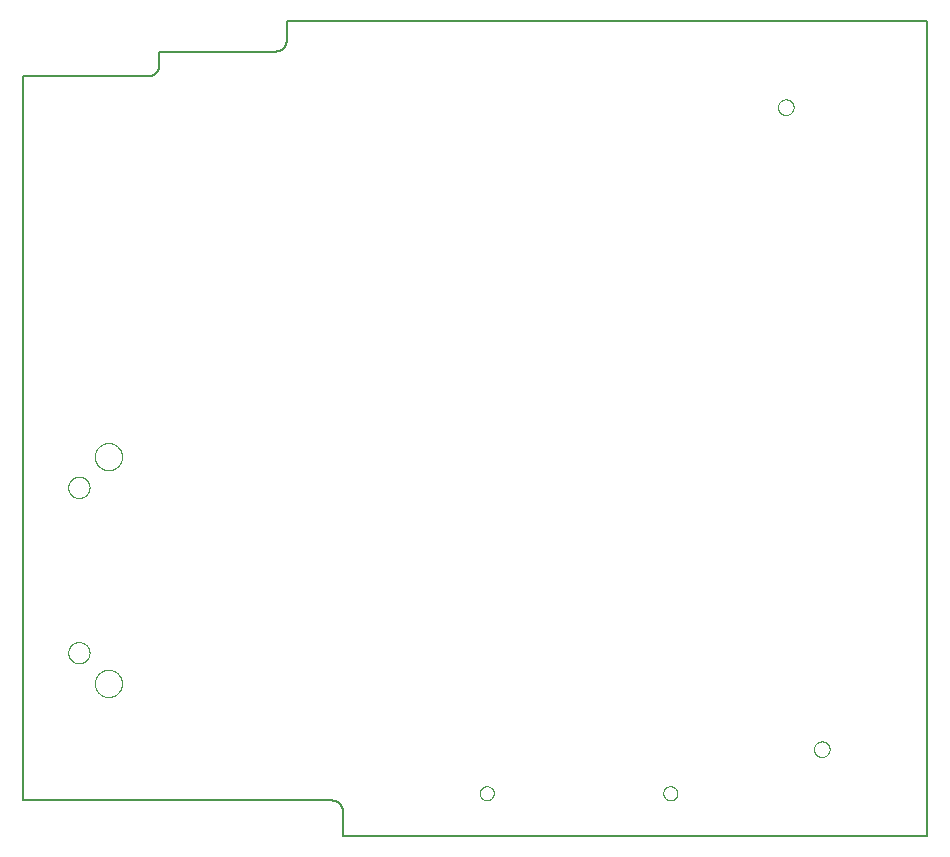
<source format=gko>
G75*
%MOIN*%
%OFA0B0*%
%FSLAX25Y25*%
%IPPOS*%
%LPD*%
%AMOC8*
5,1,8,0,0,1.08239X$1,22.5*
%
%ADD10C,0.00500*%
%ADD11C,0.00000*%
D10*
X0050213Y0056512D02*
X0152969Y0056512D01*
X0153093Y0056510D01*
X0153216Y0056504D01*
X0153340Y0056495D01*
X0153462Y0056481D01*
X0153585Y0056464D01*
X0153707Y0056442D01*
X0153828Y0056417D01*
X0153948Y0056388D01*
X0154067Y0056356D01*
X0154186Y0056319D01*
X0154303Y0056279D01*
X0154418Y0056236D01*
X0154533Y0056188D01*
X0154645Y0056137D01*
X0154756Y0056083D01*
X0154866Y0056025D01*
X0154973Y0055964D01*
X0155079Y0055899D01*
X0155182Y0055831D01*
X0155283Y0055760D01*
X0155382Y0055686D01*
X0155479Y0055609D01*
X0155573Y0055528D01*
X0155664Y0055445D01*
X0155753Y0055359D01*
X0155839Y0055270D01*
X0155922Y0055179D01*
X0156003Y0055085D01*
X0156080Y0054988D01*
X0156154Y0054889D01*
X0156225Y0054788D01*
X0156293Y0054685D01*
X0156358Y0054579D01*
X0156419Y0054472D01*
X0156477Y0054362D01*
X0156531Y0054251D01*
X0156582Y0054139D01*
X0156630Y0054024D01*
X0156673Y0053909D01*
X0156713Y0053792D01*
X0156750Y0053673D01*
X0156782Y0053554D01*
X0156811Y0053434D01*
X0156836Y0053313D01*
X0156858Y0053191D01*
X0156875Y0053068D01*
X0156889Y0052946D01*
X0156898Y0052822D01*
X0156904Y0052699D01*
X0156906Y0052575D01*
X0156906Y0044701D01*
X0351394Y0044701D01*
X0351394Y0316354D01*
X0138008Y0316354D01*
X0138008Y0310055D01*
X0138006Y0309931D01*
X0138000Y0309808D01*
X0137991Y0309684D01*
X0137977Y0309562D01*
X0137960Y0309439D01*
X0137938Y0309317D01*
X0137913Y0309196D01*
X0137884Y0309076D01*
X0137852Y0308957D01*
X0137815Y0308838D01*
X0137775Y0308721D01*
X0137732Y0308606D01*
X0137684Y0308491D01*
X0137633Y0308379D01*
X0137579Y0308268D01*
X0137521Y0308158D01*
X0137460Y0308051D01*
X0137395Y0307945D01*
X0137327Y0307842D01*
X0137256Y0307741D01*
X0137182Y0307642D01*
X0137105Y0307545D01*
X0137024Y0307451D01*
X0136941Y0307360D01*
X0136855Y0307271D01*
X0136766Y0307185D01*
X0136675Y0307102D01*
X0136581Y0307021D01*
X0136484Y0306944D01*
X0136385Y0306870D01*
X0136284Y0306799D01*
X0136181Y0306731D01*
X0136075Y0306666D01*
X0135968Y0306605D01*
X0135858Y0306547D01*
X0135747Y0306493D01*
X0135635Y0306442D01*
X0135520Y0306394D01*
X0135405Y0306351D01*
X0135288Y0306311D01*
X0135169Y0306274D01*
X0135050Y0306242D01*
X0134930Y0306213D01*
X0134809Y0306188D01*
X0134687Y0306166D01*
X0134564Y0306149D01*
X0134442Y0306135D01*
X0134318Y0306126D01*
X0134195Y0306120D01*
X0134071Y0306118D01*
X0095488Y0306118D01*
X0095488Y0301787D01*
X0095486Y0301663D01*
X0095480Y0301540D01*
X0095471Y0301416D01*
X0095457Y0301294D01*
X0095440Y0301171D01*
X0095418Y0301049D01*
X0095393Y0300928D01*
X0095364Y0300808D01*
X0095332Y0300689D01*
X0095295Y0300570D01*
X0095255Y0300453D01*
X0095212Y0300338D01*
X0095164Y0300223D01*
X0095113Y0300111D01*
X0095059Y0300000D01*
X0095001Y0299890D01*
X0094940Y0299783D01*
X0094875Y0299677D01*
X0094807Y0299574D01*
X0094736Y0299473D01*
X0094662Y0299374D01*
X0094585Y0299277D01*
X0094504Y0299183D01*
X0094421Y0299092D01*
X0094335Y0299003D01*
X0094246Y0298917D01*
X0094155Y0298834D01*
X0094061Y0298753D01*
X0093964Y0298676D01*
X0093865Y0298602D01*
X0093764Y0298531D01*
X0093661Y0298463D01*
X0093555Y0298398D01*
X0093448Y0298337D01*
X0093338Y0298279D01*
X0093227Y0298225D01*
X0093115Y0298174D01*
X0093000Y0298126D01*
X0092885Y0298083D01*
X0092768Y0298043D01*
X0092649Y0298006D01*
X0092530Y0297974D01*
X0092410Y0297945D01*
X0092289Y0297920D01*
X0092167Y0297898D01*
X0092044Y0297881D01*
X0091922Y0297867D01*
X0091798Y0297858D01*
X0091675Y0297852D01*
X0091551Y0297850D01*
X0050213Y0297850D01*
X0050213Y0056512D01*
D11*
X0074031Y0095488D02*
X0074033Y0095622D01*
X0074039Y0095756D01*
X0074049Y0095890D01*
X0074063Y0096024D01*
X0074081Y0096157D01*
X0074102Y0096289D01*
X0074128Y0096421D01*
X0074158Y0096552D01*
X0074191Y0096682D01*
X0074228Y0096810D01*
X0074270Y0096938D01*
X0074314Y0097065D01*
X0074363Y0097190D01*
X0074415Y0097313D01*
X0074471Y0097435D01*
X0074531Y0097556D01*
X0074594Y0097674D01*
X0074660Y0097791D01*
X0074730Y0097905D01*
X0074803Y0098018D01*
X0074880Y0098128D01*
X0074960Y0098236D01*
X0075043Y0098341D01*
X0075129Y0098444D01*
X0075218Y0098544D01*
X0075310Y0098642D01*
X0075405Y0098737D01*
X0075503Y0098829D01*
X0075603Y0098918D01*
X0075706Y0099004D01*
X0075811Y0099087D01*
X0075919Y0099167D01*
X0076029Y0099244D01*
X0076142Y0099317D01*
X0076256Y0099387D01*
X0076373Y0099453D01*
X0076491Y0099516D01*
X0076612Y0099576D01*
X0076734Y0099632D01*
X0076857Y0099684D01*
X0076982Y0099733D01*
X0077109Y0099777D01*
X0077237Y0099819D01*
X0077365Y0099856D01*
X0077495Y0099889D01*
X0077626Y0099919D01*
X0077758Y0099945D01*
X0077890Y0099966D01*
X0078023Y0099984D01*
X0078157Y0099998D01*
X0078291Y0100008D01*
X0078425Y0100014D01*
X0078559Y0100016D01*
X0078693Y0100014D01*
X0078827Y0100008D01*
X0078961Y0099998D01*
X0079095Y0099984D01*
X0079228Y0099966D01*
X0079360Y0099945D01*
X0079492Y0099919D01*
X0079623Y0099889D01*
X0079753Y0099856D01*
X0079881Y0099819D01*
X0080009Y0099777D01*
X0080136Y0099733D01*
X0080261Y0099684D01*
X0080384Y0099632D01*
X0080506Y0099576D01*
X0080627Y0099516D01*
X0080745Y0099453D01*
X0080862Y0099387D01*
X0080976Y0099317D01*
X0081089Y0099244D01*
X0081199Y0099167D01*
X0081307Y0099087D01*
X0081412Y0099004D01*
X0081515Y0098918D01*
X0081615Y0098829D01*
X0081713Y0098737D01*
X0081808Y0098642D01*
X0081900Y0098544D01*
X0081989Y0098444D01*
X0082075Y0098341D01*
X0082158Y0098236D01*
X0082238Y0098128D01*
X0082315Y0098018D01*
X0082388Y0097905D01*
X0082458Y0097791D01*
X0082524Y0097674D01*
X0082587Y0097556D01*
X0082647Y0097435D01*
X0082703Y0097313D01*
X0082755Y0097190D01*
X0082804Y0097065D01*
X0082848Y0096938D01*
X0082890Y0096810D01*
X0082927Y0096682D01*
X0082960Y0096552D01*
X0082990Y0096421D01*
X0083016Y0096289D01*
X0083037Y0096157D01*
X0083055Y0096024D01*
X0083069Y0095890D01*
X0083079Y0095756D01*
X0083085Y0095622D01*
X0083087Y0095488D01*
X0083085Y0095354D01*
X0083079Y0095220D01*
X0083069Y0095086D01*
X0083055Y0094952D01*
X0083037Y0094819D01*
X0083016Y0094687D01*
X0082990Y0094555D01*
X0082960Y0094424D01*
X0082927Y0094294D01*
X0082890Y0094166D01*
X0082848Y0094038D01*
X0082804Y0093911D01*
X0082755Y0093786D01*
X0082703Y0093663D01*
X0082647Y0093541D01*
X0082587Y0093420D01*
X0082524Y0093302D01*
X0082458Y0093185D01*
X0082388Y0093071D01*
X0082315Y0092958D01*
X0082238Y0092848D01*
X0082158Y0092740D01*
X0082075Y0092635D01*
X0081989Y0092532D01*
X0081900Y0092432D01*
X0081808Y0092334D01*
X0081713Y0092239D01*
X0081615Y0092147D01*
X0081515Y0092058D01*
X0081412Y0091972D01*
X0081307Y0091889D01*
X0081199Y0091809D01*
X0081089Y0091732D01*
X0080976Y0091659D01*
X0080862Y0091589D01*
X0080745Y0091523D01*
X0080627Y0091460D01*
X0080506Y0091400D01*
X0080384Y0091344D01*
X0080261Y0091292D01*
X0080136Y0091243D01*
X0080009Y0091199D01*
X0079881Y0091157D01*
X0079753Y0091120D01*
X0079623Y0091087D01*
X0079492Y0091057D01*
X0079360Y0091031D01*
X0079228Y0091010D01*
X0079095Y0090992D01*
X0078961Y0090978D01*
X0078827Y0090968D01*
X0078693Y0090962D01*
X0078559Y0090960D01*
X0078425Y0090962D01*
X0078291Y0090968D01*
X0078157Y0090978D01*
X0078023Y0090992D01*
X0077890Y0091010D01*
X0077758Y0091031D01*
X0077626Y0091057D01*
X0077495Y0091087D01*
X0077365Y0091120D01*
X0077237Y0091157D01*
X0077109Y0091199D01*
X0076982Y0091243D01*
X0076857Y0091292D01*
X0076734Y0091344D01*
X0076612Y0091400D01*
X0076491Y0091460D01*
X0076373Y0091523D01*
X0076256Y0091589D01*
X0076142Y0091659D01*
X0076029Y0091732D01*
X0075919Y0091809D01*
X0075811Y0091889D01*
X0075706Y0091972D01*
X0075603Y0092058D01*
X0075503Y0092147D01*
X0075405Y0092239D01*
X0075310Y0092334D01*
X0075218Y0092432D01*
X0075129Y0092532D01*
X0075043Y0092635D01*
X0074960Y0092740D01*
X0074880Y0092848D01*
X0074803Y0092958D01*
X0074730Y0093071D01*
X0074660Y0093185D01*
X0074594Y0093302D01*
X0074531Y0093420D01*
X0074471Y0093541D01*
X0074415Y0093663D01*
X0074363Y0093786D01*
X0074314Y0093911D01*
X0074270Y0094038D01*
X0074228Y0094166D01*
X0074191Y0094294D01*
X0074158Y0094424D01*
X0074128Y0094555D01*
X0074102Y0094687D01*
X0074081Y0094819D01*
X0074063Y0094952D01*
X0074049Y0095086D01*
X0074039Y0095220D01*
X0074033Y0095354D01*
X0074031Y0095488D01*
X0065174Y0105724D02*
X0065176Y0105842D01*
X0065182Y0105961D01*
X0065192Y0106079D01*
X0065206Y0106196D01*
X0065223Y0106313D01*
X0065245Y0106430D01*
X0065271Y0106545D01*
X0065300Y0106660D01*
X0065333Y0106774D01*
X0065370Y0106886D01*
X0065411Y0106997D01*
X0065455Y0107107D01*
X0065503Y0107215D01*
X0065555Y0107322D01*
X0065610Y0107427D01*
X0065669Y0107530D01*
X0065731Y0107630D01*
X0065796Y0107729D01*
X0065865Y0107826D01*
X0065936Y0107920D01*
X0066011Y0108011D01*
X0066089Y0108101D01*
X0066170Y0108187D01*
X0066254Y0108271D01*
X0066340Y0108352D01*
X0066430Y0108430D01*
X0066521Y0108505D01*
X0066615Y0108576D01*
X0066712Y0108645D01*
X0066811Y0108710D01*
X0066911Y0108772D01*
X0067014Y0108831D01*
X0067119Y0108886D01*
X0067226Y0108938D01*
X0067334Y0108986D01*
X0067444Y0109030D01*
X0067555Y0109071D01*
X0067667Y0109108D01*
X0067781Y0109141D01*
X0067896Y0109170D01*
X0068011Y0109196D01*
X0068128Y0109218D01*
X0068245Y0109235D01*
X0068362Y0109249D01*
X0068480Y0109259D01*
X0068599Y0109265D01*
X0068717Y0109267D01*
X0068835Y0109265D01*
X0068954Y0109259D01*
X0069072Y0109249D01*
X0069189Y0109235D01*
X0069306Y0109218D01*
X0069423Y0109196D01*
X0069538Y0109170D01*
X0069653Y0109141D01*
X0069767Y0109108D01*
X0069879Y0109071D01*
X0069990Y0109030D01*
X0070100Y0108986D01*
X0070208Y0108938D01*
X0070315Y0108886D01*
X0070420Y0108831D01*
X0070523Y0108772D01*
X0070623Y0108710D01*
X0070722Y0108645D01*
X0070819Y0108576D01*
X0070913Y0108505D01*
X0071004Y0108430D01*
X0071094Y0108352D01*
X0071180Y0108271D01*
X0071264Y0108187D01*
X0071345Y0108101D01*
X0071423Y0108011D01*
X0071498Y0107920D01*
X0071569Y0107826D01*
X0071638Y0107729D01*
X0071703Y0107630D01*
X0071765Y0107530D01*
X0071824Y0107427D01*
X0071879Y0107322D01*
X0071931Y0107215D01*
X0071979Y0107107D01*
X0072023Y0106997D01*
X0072064Y0106886D01*
X0072101Y0106774D01*
X0072134Y0106660D01*
X0072163Y0106545D01*
X0072189Y0106430D01*
X0072211Y0106313D01*
X0072228Y0106196D01*
X0072242Y0106079D01*
X0072252Y0105961D01*
X0072258Y0105842D01*
X0072260Y0105724D01*
X0072258Y0105606D01*
X0072252Y0105487D01*
X0072242Y0105369D01*
X0072228Y0105252D01*
X0072211Y0105135D01*
X0072189Y0105018D01*
X0072163Y0104903D01*
X0072134Y0104788D01*
X0072101Y0104674D01*
X0072064Y0104562D01*
X0072023Y0104451D01*
X0071979Y0104341D01*
X0071931Y0104233D01*
X0071879Y0104126D01*
X0071824Y0104021D01*
X0071765Y0103918D01*
X0071703Y0103818D01*
X0071638Y0103719D01*
X0071569Y0103622D01*
X0071498Y0103528D01*
X0071423Y0103437D01*
X0071345Y0103347D01*
X0071264Y0103261D01*
X0071180Y0103177D01*
X0071094Y0103096D01*
X0071004Y0103018D01*
X0070913Y0102943D01*
X0070819Y0102872D01*
X0070722Y0102803D01*
X0070623Y0102738D01*
X0070523Y0102676D01*
X0070420Y0102617D01*
X0070315Y0102562D01*
X0070208Y0102510D01*
X0070100Y0102462D01*
X0069990Y0102418D01*
X0069879Y0102377D01*
X0069767Y0102340D01*
X0069653Y0102307D01*
X0069538Y0102278D01*
X0069423Y0102252D01*
X0069306Y0102230D01*
X0069189Y0102213D01*
X0069072Y0102199D01*
X0068954Y0102189D01*
X0068835Y0102183D01*
X0068717Y0102181D01*
X0068599Y0102183D01*
X0068480Y0102189D01*
X0068362Y0102199D01*
X0068245Y0102213D01*
X0068128Y0102230D01*
X0068011Y0102252D01*
X0067896Y0102278D01*
X0067781Y0102307D01*
X0067667Y0102340D01*
X0067555Y0102377D01*
X0067444Y0102418D01*
X0067334Y0102462D01*
X0067226Y0102510D01*
X0067119Y0102562D01*
X0067014Y0102617D01*
X0066911Y0102676D01*
X0066811Y0102738D01*
X0066712Y0102803D01*
X0066615Y0102872D01*
X0066521Y0102943D01*
X0066430Y0103018D01*
X0066340Y0103096D01*
X0066254Y0103177D01*
X0066170Y0103261D01*
X0066089Y0103347D01*
X0066011Y0103437D01*
X0065936Y0103528D01*
X0065865Y0103622D01*
X0065796Y0103719D01*
X0065731Y0103818D01*
X0065669Y0103918D01*
X0065610Y0104021D01*
X0065555Y0104126D01*
X0065503Y0104233D01*
X0065455Y0104341D01*
X0065411Y0104451D01*
X0065370Y0104562D01*
X0065333Y0104674D01*
X0065300Y0104788D01*
X0065271Y0104903D01*
X0065245Y0105018D01*
X0065223Y0105135D01*
X0065206Y0105252D01*
X0065192Y0105369D01*
X0065182Y0105487D01*
X0065176Y0105606D01*
X0065174Y0105724D01*
X0065174Y0160843D02*
X0065176Y0160961D01*
X0065182Y0161080D01*
X0065192Y0161198D01*
X0065206Y0161315D01*
X0065223Y0161432D01*
X0065245Y0161549D01*
X0065271Y0161664D01*
X0065300Y0161779D01*
X0065333Y0161893D01*
X0065370Y0162005D01*
X0065411Y0162116D01*
X0065455Y0162226D01*
X0065503Y0162334D01*
X0065555Y0162441D01*
X0065610Y0162546D01*
X0065669Y0162649D01*
X0065731Y0162749D01*
X0065796Y0162848D01*
X0065865Y0162945D01*
X0065936Y0163039D01*
X0066011Y0163130D01*
X0066089Y0163220D01*
X0066170Y0163306D01*
X0066254Y0163390D01*
X0066340Y0163471D01*
X0066430Y0163549D01*
X0066521Y0163624D01*
X0066615Y0163695D01*
X0066712Y0163764D01*
X0066811Y0163829D01*
X0066911Y0163891D01*
X0067014Y0163950D01*
X0067119Y0164005D01*
X0067226Y0164057D01*
X0067334Y0164105D01*
X0067444Y0164149D01*
X0067555Y0164190D01*
X0067667Y0164227D01*
X0067781Y0164260D01*
X0067896Y0164289D01*
X0068011Y0164315D01*
X0068128Y0164337D01*
X0068245Y0164354D01*
X0068362Y0164368D01*
X0068480Y0164378D01*
X0068599Y0164384D01*
X0068717Y0164386D01*
X0068835Y0164384D01*
X0068954Y0164378D01*
X0069072Y0164368D01*
X0069189Y0164354D01*
X0069306Y0164337D01*
X0069423Y0164315D01*
X0069538Y0164289D01*
X0069653Y0164260D01*
X0069767Y0164227D01*
X0069879Y0164190D01*
X0069990Y0164149D01*
X0070100Y0164105D01*
X0070208Y0164057D01*
X0070315Y0164005D01*
X0070420Y0163950D01*
X0070523Y0163891D01*
X0070623Y0163829D01*
X0070722Y0163764D01*
X0070819Y0163695D01*
X0070913Y0163624D01*
X0071004Y0163549D01*
X0071094Y0163471D01*
X0071180Y0163390D01*
X0071264Y0163306D01*
X0071345Y0163220D01*
X0071423Y0163130D01*
X0071498Y0163039D01*
X0071569Y0162945D01*
X0071638Y0162848D01*
X0071703Y0162749D01*
X0071765Y0162649D01*
X0071824Y0162546D01*
X0071879Y0162441D01*
X0071931Y0162334D01*
X0071979Y0162226D01*
X0072023Y0162116D01*
X0072064Y0162005D01*
X0072101Y0161893D01*
X0072134Y0161779D01*
X0072163Y0161664D01*
X0072189Y0161549D01*
X0072211Y0161432D01*
X0072228Y0161315D01*
X0072242Y0161198D01*
X0072252Y0161080D01*
X0072258Y0160961D01*
X0072260Y0160843D01*
X0072258Y0160725D01*
X0072252Y0160606D01*
X0072242Y0160488D01*
X0072228Y0160371D01*
X0072211Y0160254D01*
X0072189Y0160137D01*
X0072163Y0160022D01*
X0072134Y0159907D01*
X0072101Y0159793D01*
X0072064Y0159681D01*
X0072023Y0159570D01*
X0071979Y0159460D01*
X0071931Y0159352D01*
X0071879Y0159245D01*
X0071824Y0159140D01*
X0071765Y0159037D01*
X0071703Y0158937D01*
X0071638Y0158838D01*
X0071569Y0158741D01*
X0071498Y0158647D01*
X0071423Y0158556D01*
X0071345Y0158466D01*
X0071264Y0158380D01*
X0071180Y0158296D01*
X0071094Y0158215D01*
X0071004Y0158137D01*
X0070913Y0158062D01*
X0070819Y0157991D01*
X0070722Y0157922D01*
X0070623Y0157857D01*
X0070523Y0157795D01*
X0070420Y0157736D01*
X0070315Y0157681D01*
X0070208Y0157629D01*
X0070100Y0157581D01*
X0069990Y0157537D01*
X0069879Y0157496D01*
X0069767Y0157459D01*
X0069653Y0157426D01*
X0069538Y0157397D01*
X0069423Y0157371D01*
X0069306Y0157349D01*
X0069189Y0157332D01*
X0069072Y0157318D01*
X0068954Y0157308D01*
X0068835Y0157302D01*
X0068717Y0157300D01*
X0068599Y0157302D01*
X0068480Y0157308D01*
X0068362Y0157318D01*
X0068245Y0157332D01*
X0068128Y0157349D01*
X0068011Y0157371D01*
X0067896Y0157397D01*
X0067781Y0157426D01*
X0067667Y0157459D01*
X0067555Y0157496D01*
X0067444Y0157537D01*
X0067334Y0157581D01*
X0067226Y0157629D01*
X0067119Y0157681D01*
X0067014Y0157736D01*
X0066911Y0157795D01*
X0066811Y0157857D01*
X0066712Y0157922D01*
X0066615Y0157991D01*
X0066521Y0158062D01*
X0066430Y0158137D01*
X0066340Y0158215D01*
X0066254Y0158296D01*
X0066170Y0158380D01*
X0066089Y0158466D01*
X0066011Y0158556D01*
X0065936Y0158647D01*
X0065865Y0158741D01*
X0065796Y0158838D01*
X0065731Y0158937D01*
X0065669Y0159037D01*
X0065610Y0159140D01*
X0065555Y0159245D01*
X0065503Y0159352D01*
X0065455Y0159460D01*
X0065411Y0159570D01*
X0065370Y0159681D01*
X0065333Y0159793D01*
X0065300Y0159907D01*
X0065271Y0160022D01*
X0065245Y0160137D01*
X0065223Y0160254D01*
X0065206Y0160371D01*
X0065192Y0160488D01*
X0065182Y0160606D01*
X0065176Y0160725D01*
X0065174Y0160843D01*
X0074031Y0171079D02*
X0074033Y0171213D01*
X0074039Y0171347D01*
X0074049Y0171481D01*
X0074063Y0171615D01*
X0074081Y0171748D01*
X0074102Y0171880D01*
X0074128Y0172012D01*
X0074158Y0172143D01*
X0074191Y0172273D01*
X0074228Y0172401D01*
X0074270Y0172529D01*
X0074314Y0172656D01*
X0074363Y0172781D01*
X0074415Y0172904D01*
X0074471Y0173026D01*
X0074531Y0173147D01*
X0074594Y0173265D01*
X0074660Y0173382D01*
X0074730Y0173496D01*
X0074803Y0173609D01*
X0074880Y0173719D01*
X0074960Y0173827D01*
X0075043Y0173932D01*
X0075129Y0174035D01*
X0075218Y0174135D01*
X0075310Y0174233D01*
X0075405Y0174328D01*
X0075503Y0174420D01*
X0075603Y0174509D01*
X0075706Y0174595D01*
X0075811Y0174678D01*
X0075919Y0174758D01*
X0076029Y0174835D01*
X0076142Y0174908D01*
X0076256Y0174978D01*
X0076373Y0175044D01*
X0076491Y0175107D01*
X0076612Y0175167D01*
X0076734Y0175223D01*
X0076857Y0175275D01*
X0076982Y0175324D01*
X0077109Y0175368D01*
X0077237Y0175410D01*
X0077365Y0175447D01*
X0077495Y0175480D01*
X0077626Y0175510D01*
X0077758Y0175536D01*
X0077890Y0175557D01*
X0078023Y0175575D01*
X0078157Y0175589D01*
X0078291Y0175599D01*
X0078425Y0175605D01*
X0078559Y0175607D01*
X0078693Y0175605D01*
X0078827Y0175599D01*
X0078961Y0175589D01*
X0079095Y0175575D01*
X0079228Y0175557D01*
X0079360Y0175536D01*
X0079492Y0175510D01*
X0079623Y0175480D01*
X0079753Y0175447D01*
X0079881Y0175410D01*
X0080009Y0175368D01*
X0080136Y0175324D01*
X0080261Y0175275D01*
X0080384Y0175223D01*
X0080506Y0175167D01*
X0080627Y0175107D01*
X0080745Y0175044D01*
X0080862Y0174978D01*
X0080976Y0174908D01*
X0081089Y0174835D01*
X0081199Y0174758D01*
X0081307Y0174678D01*
X0081412Y0174595D01*
X0081515Y0174509D01*
X0081615Y0174420D01*
X0081713Y0174328D01*
X0081808Y0174233D01*
X0081900Y0174135D01*
X0081989Y0174035D01*
X0082075Y0173932D01*
X0082158Y0173827D01*
X0082238Y0173719D01*
X0082315Y0173609D01*
X0082388Y0173496D01*
X0082458Y0173382D01*
X0082524Y0173265D01*
X0082587Y0173147D01*
X0082647Y0173026D01*
X0082703Y0172904D01*
X0082755Y0172781D01*
X0082804Y0172656D01*
X0082848Y0172529D01*
X0082890Y0172401D01*
X0082927Y0172273D01*
X0082960Y0172143D01*
X0082990Y0172012D01*
X0083016Y0171880D01*
X0083037Y0171748D01*
X0083055Y0171615D01*
X0083069Y0171481D01*
X0083079Y0171347D01*
X0083085Y0171213D01*
X0083087Y0171079D01*
X0083085Y0170945D01*
X0083079Y0170811D01*
X0083069Y0170677D01*
X0083055Y0170543D01*
X0083037Y0170410D01*
X0083016Y0170278D01*
X0082990Y0170146D01*
X0082960Y0170015D01*
X0082927Y0169885D01*
X0082890Y0169757D01*
X0082848Y0169629D01*
X0082804Y0169502D01*
X0082755Y0169377D01*
X0082703Y0169254D01*
X0082647Y0169132D01*
X0082587Y0169011D01*
X0082524Y0168893D01*
X0082458Y0168776D01*
X0082388Y0168662D01*
X0082315Y0168549D01*
X0082238Y0168439D01*
X0082158Y0168331D01*
X0082075Y0168226D01*
X0081989Y0168123D01*
X0081900Y0168023D01*
X0081808Y0167925D01*
X0081713Y0167830D01*
X0081615Y0167738D01*
X0081515Y0167649D01*
X0081412Y0167563D01*
X0081307Y0167480D01*
X0081199Y0167400D01*
X0081089Y0167323D01*
X0080976Y0167250D01*
X0080862Y0167180D01*
X0080745Y0167114D01*
X0080627Y0167051D01*
X0080506Y0166991D01*
X0080384Y0166935D01*
X0080261Y0166883D01*
X0080136Y0166834D01*
X0080009Y0166790D01*
X0079881Y0166748D01*
X0079753Y0166711D01*
X0079623Y0166678D01*
X0079492Y0166648D01*
X0079360Y0166622D01*
X0079228Y0166601D01*
X0079095Y0166583D01*
X0078961Y0166569D01*
X0078827Y0166559D01*
X0078693Y0166553D01*
X0078559Y0166551D01*
X0078425Y0166553D01*
X0078291Y0166559D01*
X0078157Y0166569D01*
X0078023Y0166583D01*
X0077890Y0166601D01*
X0077758Y0166622D01*
X0077626Y0166648D01*
X0077495Y0166678D01*
X0077365Y0166711D01*
X0077237Y0166748D01*
X0077109Y0166790D01*
X0076982Y0166834D01*
X0076857Y0166883D01*
X0076734Y0166935D01*
X0076612Y0166991D01*
X0076491Y0167051D01*
X0076373Y0167114D01*
X0076256Y0167180D01*
X0076142Y0167250D01*
X0076029Y0167323D01*
X0075919Y0167400D01*
X0075811Y0167480D01*
X0075706Y0167563D01*
X0075603Y0167649D01*
X0075503Y0167738D01*
X0075405Y0167830D01*
X0075310Y0167925D01*
X0075218Y0168023D01*
X0075129Y0168123D01*
X0075043Y0168226D01*
X0074960Y0168331D01*
X0074880Y0168439D01*
X0074803Y0168549D01*
X0074730Y0168662D01*
X0074660Y0168776D01*
X0074594Y0168893D01*
X0074531Y0169011D01*
X0074471Y0169132D01*
X0074415Y0169254D01*
X0074363Y0169377D01*
X0074314Y0169502D01*
X0074270Y0169629D01*
X0074228Y0169757D01*
X0074191Y0169885D01*
X0074158Y0170015D01*
X0074128Y0170146D01*
X0074102Y0170278D01*
X0074081Y0170410D01*
X0074063Y0170543D01*
X0074049Y0170677D01*
X0074039Y0170811D01*
X0074033Y0170945D01*
X0074031Y0171079D01*
X0202318Y0058874D02*
X0202320Y0058970D01*
X0202326Y0059066D01*
X0202336Y0059162D01*
X0202350Y0059257D01*
X0202367Y0059352D01*
X0202389Y0059445D01*
X0202414Y0059538D01*
X0202443Y0059630D01*
X0202476Y0059720D01*
X0202513Y0059809D01*
X0202553Y0059897D01*
X0202597Y0059982D01*
X0202644Y0060066D01*
X0202695Y0060148D01*
X0202749Y0060228D01*
X0202806Y0060305D01*
X0202866Y0060380D01*
X0202930Y0060452D01*
X0202996Y0060522D01*
X0203065Y0060589D01*
X0203137Y0060653D01*
X0203211Y0060714D01*
X0203288Y0060772D01*
X0203367Y0060827D01*
X0203448Y0060879D01*
X0203531Y0060927D01*
X0203617Y0060971D01*
X0203704Y0061012D01*
X0203792Y0061050D01*
X0203882Y0061084D01*
X0203974Y0061114D01*
X0204066Y0061140D01*
X0204160Y0061163D01*
X0204254Y0061181D01*
X0204349Y0061196D01*
X0204445Y0061207D01*
X0204541Y0061214D01*
X0204637Y0061217D01*
X0204733Y0061216D01*
X0204829Y0061211D01*
X0204925Y0061202D01*
X0205020Y0061189D01*
X0205115Y0061173D01*
X0205209Y0061152D01*
X0205302Y0061128D01*
X0205394Y0061099D01*
X0205485Y0061067D01*
X0205574Y0061032D01*
X0205662Y0060992D01*
X0205748Y0060949D01*
X0205832Y0060903D01*
X0205915Y0060853D01*
X0205995Y0060800D01*
X0206073Y0060744D01*
X0206149Y0060684D01*
X0206222Y0060622D01*
X0206292Y0060556D01*
X0206360Y0060488D01*
X0206425Y0060417D01*
X0206486Y0060343D01*
X0206545Y0060267D01*
X0206601Y0060188D01*
X0206653Y0060107D01*
X0206702Y0060025D01*
X0206748Y0059940D01*
X0206790Y0059853D01*
X0206828Y0059765D01*
X0206863Y0059675D01*
X0206894Y0059584D01*
X0206921Y0059492D01*
X0206944Y0059399D01*
X0206964Y0059305D01*
X0206980Y0059210D01*
X0206992Y0059114D01*
X0207000Y0059018D01*
X0207004Y0058922D01*
X0207004Y0058826D01*
X0207000Y0058730D01*
X0206992Y0058634D01*
X0206980Y0058538D01*
X0206964Y0058443D01*
X0206944Y0058349D01*
X0206921Y0058256D01*
X0206894Y0058164D01*
X0206863Y0058073D01*
X0206828Y0057983D01*
X0206790Y0057895D01*
X0206748Y0057808D01*
X0206702Y0057723D01*
X0206653Y0057641D01*
X0206601Y0057560D01*
X0206545Y0057481D01*
X0206486Y0057405D01*
X0206425Y0057331D01*
X0206360Y0057260D01*
X0206292Y0057192D01*
X0206222Y0057126D01*
X0206149Y0057064D01*
X0206073Y0057004D01*
X0205995Y0056948D01*
X0205915Y0056895D01*
X0205833Y0056845D01*
X0205748Y0056799D01*
X0205662Y0056756D01*
X0205574Y0056716D01*
X0205485Y0056681D01*
X0205394Y0056649D01*
X0205302Y0056620D01*
X0205209Y0056596D01*
X0205115Y0056575D01*
X0205020Y0056559D01*
X0204925Y0056546D01*
X0204829Y0056537D01*
X0204733Y0056532D01*
X0204637Y0056531D01*
X0204541Y0056534D01*
X0204445Y0056541D01*
X0204349Y0056552D01*
X0204254Y0056567D01*
X0204160Y0056585D01*
X0204066Y0056608D01*
X0203974Y0056634D01*
X0203882Y0056664D01*
X0203792Y0056698D01*
X0203704Y0056736D01*
X0203617Y0056777D01*
X0203531Y0056821D01*
X0203448Y0056869D01*
X0203367Y0056921D01*
X0203288Y0056976D01*
X0203211Y0057034D01*
X0203137Y0057095D01*
X0203065Y0057159D01*
X0202996Y0057226D01*
X0202930Y0057296D01*
X0202866Y0057368D01*
X0202806Y0057443D01*
X0202749Y0057520D01*
X0202695Y0057600D01*
X0202644Y0057682D01*
X0202597Y0057766D01*
X0202553Y0057851D01*
X0202513Y0057939D01*
X0202476Y0058028D01*
X0202443Y0058118D01*
X0202414Y0058210D01*
X0202389Y0058303D01*
X0202367Y0058396D01*
X0202350Y0058491D01*
X0202336Y0058586D01*
X0202326Y0058682D01*
X0202320Y0058778D01*
X0202318Y0058874D01*
X0263500Y0058874D02*
X0263502Y0058970D01*
X0263508Y0059066D01*
X0263518Y0059162D01*
X0263532Y0059257D01*
X0263549Y0059352D01*
X0263571Y0059445D01*
X0263596Y0059538D01*
X0263625Y0059630D01*
X0263658Y0059720D01*
X0263695Y0059809D01*
X0263735Y0059897D01*
X0263779Y0059982D01*
X0263826Y0060066D01*
X0263877Y0060148D01*
X0263931Y0060228D01*
X0263988Y0060305D01*
X0264048Y0060380D01*
X0264112Y0060452D01*
X0264178Y0060522D01*
X0264247Y0060589D01*
X0264319Y0060653D01*
X0264393Y0060714D01*
X0264470Y0060772D01*
X0264549Y0060827D01*
X0264630Y0060879D01*
X0264713Y0060927D01*
X0264799Y0060971D01*
X0264886Y0061012D01*
X0264974Y0061050D01*
X0265064Y0061084D01*
X0265156Y0061114D01*
X0265248Y0061140D01*
X0265342Y0061163D01*
X0265436Y0061181D01*
X0265531Y0061196D01*
X0265627Y0061207D01*
X0265723Y0061214D01*
X0265819Y0061217D01*
X0265915Y0061216D01*
X0266011Y0061211D01*
X0266107Y0061202D01*
X0266202Y0061189D01*
X0266297Y0061173D01*
X0266391Y0061152D01*
X0266484Y0061128D01*
X0266576Y0061099D01*
X0266667Y0061067D01*
X0266756Y0061032D01*
X0266844Y0060992D01*
X0266930Y0060949D01*
X0267014Y0060903D01*
X0267097Y0060853D01*
X0267177Y0060800D01*
X0267255Y0060744D01*
X0267331Y0060684D01*
X0267404Y0060622D01*
X0267474Y0060556D01*
X0267542Y0060488D01*
X0267607Y0060417D01*
X0267668Y0060343D01*
X0267727Y0060267D01*
X0267783Y0060188D01*
X0267835Y0060107D01*
X0267884Y0060025D01*
X0267930Y0059940D01*
X0267972Y0059853D01*
X0268010Y0059765D01*
X0268045Y0059675D01*
X0268076Y0059584D01*
X0268103Y0059492D01*
X0268126Y0059399D01*
X0268146Y0059305D01*
X0268162Y0059210D01*
X0268174Y0059114D01*
X0268182Y0059018D01*
X0268186Y0058922D01*
X0268186Y0058826D01*
X0268182Y0058730D01*
X0268174Y0058634D01*
X0268162Y0058538D01*
X0268146Y0058443D01*
X0268126Y0058349D01*
X0268103Y0058256D01*
X0268076Y0058164D01*
X0268045Y0058073D01*
X0268010Y0057983D01*
X0267972Y0057895D01*
X0267930Y0057808D01*
X0267884Y0057723D01*
X0267835Y0057641D01*
X0267783Y0057560D01*
X0267727Y0057481D01*
X0267668Y0057405D01*
X0267607Y0057331D01*
X0267542Y0057260D01*
X0267474Y0057192D01*
X0267404Y0057126D01*
X0267331Y0057064D01*
X0267255Y0057004D01*
X0267177Y0056948D01*
X0267097Y0056895D01*
X0267015Y0056845D01*
X0266930Y0056799D01*
X0266844Y0056756D01*
X0266756Y0056716D01*
X0266667Y0056681D01*
X0266576Y0056649D01*
X0266484Y0056620D01*
X0266391Y0056596D01*
X0266297Y0056575D01*
X0266202Y0056559D01*
X0266107Y0056546D01*
X0266011Y0056537D01*
X0265915Y0056532D01*
X0265819Y0056531D01*
X0265723Y0056534D01*
X0265627Y0056541D01*
X0265531Y0056552D01*
X0265436Y0056567D01*
X0265342Y0056585D01*
X0265248Y0056608D01*
X0265156Y0056634D01*
X0265064Y0056664D01*
X0264974Y0056698D01*
X0264886Y0056736D01*
X0264799Y0056777D01*
X0264713Y0056821D01*
X0264630Y0056869D01*
X0264549Y0056921D01*
X0264470Y0056976D01*
X0264393Y0057034D01*
X0264319Y0057095D01*
X0264247Y0057159D01*
X0264178Y0057226D01*
X0264112Y0057296D01*
X0264048Y0057368D01*
X0263988Y0057443D01*
X0263931Y0057520D01*
X0263877Y0057600D01*
X0263826Y0057682D01*
X0263779Y0057766D01*
X0263735Y0057851D01*
X0263695Y0057939D01*
X0263658Y0058028D01*
X0263625Y0058118D01*
X0263596Y0058210D01*
X0263571Y0058303D01*
X0263549Y0058396D01*
X0263532Y0058491D01*
X0263518Y0058586D01*
X0263508Y0058682D01*
X0263502Y0058778D01*
X0263500Y0058874D01*
X0313754Y0073578D02*
X0313756Y0073679D01*
X0313762Y0073781D01*
X0313772Y0073882D01*
X0313786Y0073982D01*
X0313803Y0074082D01*
X0313825Y0074181D01*
X0313850Y0074279D01*
X0313880Y0074377D01*
X0313913Y0074473D01*
X0313949Y0074567D01*
X0313990Y0074660D01*
X0314034Y0074752D01*
X0314081Y0074841D01*
X0314133Y0074929D01*
X0314187Y0075015D01*
X0314245Y0075098D01*
X0314306Y0075179D01*
X0314370Y0075258D01*
X0314437Y0075334D01*
X0314507Y0075407D01*
X0314579Y0075478D01*
X0314655Y0075546D01*
X0314733Y0075611D01*
X0314813Y0075672D01*
X0314896Y0075731D01*
X0314981Y0075786D01*
X0315069Y0075838D01*
X0315158Y0075887D01*
X0315249Y0075931D01*
X0315341Y0075973D01*
X0315436Y0076010D01*
X0315531Y0076044D01*
X0315628Y0076075D01*
X0315726Y0076101D01*
X0315825Y0076124D01*
X0315925Y0076142D01*
X0316025Y0076157D01*
X0316126Y0076168D01*
X0316227Y0076175D01*
X0316329Y0076178D01*
X0316430Y0076177D01*
X0316531Y0076172D01*
X0316633Y0076163D01*
X0316733Y0076150D01*
X0316833Y0076133D01*
X0316933Y0076113D01*
X0317031Y0076088D01*
X0317128Y0076060D01*
X0317225Y0076028D01*
X0317320Y0075992D01*
X0317413Y0075953D01*
X0317505Y0075909D01*
X0317595Y0075863D01*
X0317683Y0075813D01*
X0317769Y0075759D01*
X0317853Y0075702D01*
X0317935Y0075642D01*
X0318014Y0075579D01*
X0318091Y0075512D01*
X0318165Y0075443D01*
X0318237Y0075371D01*
X0318305Y0075296D01*
X0318371Y0075219D01*
X0318433Y0075139D01*
X0318493Y0075057D01*
X0318549Y0074972D01*
X0318601Y0074885D01*
X0318651Y0074797D01*
X0318697Y0074706D01*
X0318739Y0074614D01*
X0318777Y0074520D01*
X0318812Y0074425D01*
X0318843Y0074328D01*
X0318871Y0074230D01*
X0318894Y0074132D01*
X0318914Y0074032D01*
X0318930Y0073932D01*
X0318942Y0073831D01*
X0318950Y0073730D01*
X0318954Y0073629D01*
X0318954Y0073527D01*
X0318950Y0073426D01*
X0318942Y0073325D01*
X0318930Y0073224D01*
X0318914Y0073124D01*
X0318894Y0073024D01*
X0318871Y0072926D01*
X0318843Y0072828D01*
X0318812Y0072731D01*
X0318777Y0072636D01*
X0318739Y0072542D01*
X0318697Y0072450D01*
X0318651Y0072359D01*
X0318601Y0072271D01*
X0318549Y0072184D01*
X0318493Y0072099D01*
X0318433Y0072017D01*
X0318371Y0071937D01*
X0318305Y0071860D01*
X0318237Y0071785D01*
X0318165Y0071713D01*
X0318091Y0071644D01*
X0318014Y0071577D01*
X0317935Y0071514D01*
X0317853Y0071454D01*
X0317769Y0071397D01*
X0317683Y0071343D01*
X0317595Y0071293D01*
X0317505Y0071247D01*
X0317413Y0071203D01*
X0317320Y0071164D01*
X0317225Y0071128D01*
X0317128Y0071096D01*
X0317031Y0071068D01*
X0316933Y0071043D01*
X0316833Y0071023D01*
X0316733Y0071006D01*
X0316633Y0070993D01*
X0316531Y0070984D01*
X0316430Y0070979D01*
X0316329Y0070978D01*
X0316227Y0070981D01*
X0316126Y0070988D01*
X0316025Y0070999D01*
X0315925Y0071014D01*
X0315825Y0071032D01*
X0315726Y0071055D01*
X0315628Y0071081D01*
X0315531Y0071112D01*
X0315436Y0071146D01*
X0315341Y0071183D01*
X0315249Y0071225D01*
X0315158Y0071269D01*
X0315069Y0071318D01*
X0314981Y0071370D01*
X0314896Y0071425D01*
X0314813Y0071484D01*
X0314733Y0071545D01*
X0314655Y0071610D01*
X0314579Y0071678D01*
X0314507Y0071749D01*
X0314437Y0071822D01*
X0314370Y0071898D01*
X0314306Y0071977D01*
X0314245Y0072058D01*
X0314187Y0072141D01*
X0314133Y0072227D01*
X0314081Y0072315D01*
X0314034Y0072404D01*
X0313990Y0072496D01*
X0313949Y0072589D01*
X0313913Y0072683D01*
X0313880Y0072779D01*
X0313850Y0072877D01*
X0313825Y0072975D01*
X0313803Y0073074D01*
X0313786Y0073174D01*
X0313772Y0073274D01*
X0313762Y0073375D01*
X0313756Y0073477D01*
X0313754Y0073578D01*
X0301746Y0287578D02*
X0301748Y0287679D01*
X0301754Y0287781D01*
X0301764Y0287882D01*
X0301778Y0287982D01*
X0301795Y0288082D01*
X0301817Y0288181D01*
X0301842Y0288279D01*
X0301872Y0288377D01*
X0301905Y0288473D01*
X0301941Y0288567D01*
X0301982Y0288660D01*
X0302026Y0288752D01*
X0302073Y0288841D01*
X0302125Y0288929D01*
X0302179Y0289015D01*
X0302237Y0289098D01*
X0302298Y0289179D01*
X0302362Y0289258D01*
X0302429Y0289334D01*
X0302499Y0289407D01*
X0302571Y0289478D01*
X0302647Y0289546D01*
X0302725Y0289611D01*
X0302805Y0289672D01*
X0302888Y0289731D01*
X0302973Y0289786D01*
X0303061Y0289838D01*
X0303150Y0289887D01*
X0303241Y0289931D01*
X0303333Y0289973D01*
X0303428Y0290010D01*
X0303523Y0290044D01*
X0303620Y0290075D01*
X0303718Y0290101D01*
X0303817Y0290124D01*
X0303917Y0290142D01*
X0304017Y0290157D01*
X0304118Y0290168D01*
X0304219Y0290175D01*
X0304321Y0290178D01*
X0304422Y0290177D01*
X0304523Y0290172D01*
X0304625Y0290163D01*
X0304725Y0290150D01*
X0304825Y0290133D01*
X0304925Y0290113D01*
X0305023Y0290088D01*
X0305120Y0290060D01*
X0305217Y0290028D01*
X0305312Y0289992D01*
X0305405Y0289953D01*
X0305497Y0289909D01*
X0305587Y0289863D01*
X0305675Y0289813D01*
X0305761Y0289759D01*
X0305845Y0289702D01*
X0305927Y0289642D01*
X0306006Y0289579D01*
X0306083Y0289512D01*
X0306157Y0289443D01*
X0306229Y0289371D01*
X0306297Y0289296D01*
X0306363Y0289219D01*
X0306425Y0289139D01*
X0306485Y0289057D01*
X0306541Y0288972D01*
X0306593Y0288885D01*
X0306643Y0288797D01*
X0306689Y0288706D01*
X0306731Y0288614D01*
X0306769Y0288520D01*
X0306804Y0288425D01*
X0306835Y0288328D01*
X0306863Y0288230D01*
X0306886Y0288132D01*
X0306906Y0288032D01*
X0306922Y0287932D01*
X0306934Y0287831D01*
X0306942Y0287730D01*
X0306946Y0287629D01*
X0306946Y0287527D01*
X0306942Y0287426D01*
X0306934Y0287325D01*
X0306922Y0287224D01*
X0306906Y0287124D01*
X0306886Y0287024D01*
X0306863Y0286926D01*
X0306835Y0286828D01*
X0306804Y0286731D01*
X0306769Y0286636D01*
X0306731Y0286542D01*
X0306689Y0286450D01*
X0306643Y0286359D01*
X0306593Y0286271D01*
X0306541Y0286184D01*
X0306485Y0286099D01*
X0306425Y0286017D01*
X0306363Y0285937D01*
X0306297Y0285860D01*
X0306229Y0285785D01*
X0306157Y0285713D01*
X0306083Y0285644D01*
X0306006Y0285577D01*
X0305927Y0285514D01*
X0305845Y0285454D01*
X0305761Y0285397D01*
X0305675Y0285343D01*
X0305587Y0285293D01*
X0305497Y0285247D01*
X0305405Y0285203D01*
X0305312Y0285164D01*
X0305217Y0285128D01*
X0305120Y0285096D01*
X0305023Y0285068D01*
X0304925Y0285043D01*
X0304825Y0285023D01*
X0304725Y0285006D01*
X0304625Y0284993D01*
X0304523Y0284984D01*
X0304422Y0284979D01*
X0304321Y0284978D01*
X0304219Y0284981D01*
X0304118Y0284988D01*
X0304017Y0284999D01*
X0303917Y0285014D01*
X0303817Y0285032D01*
X0303718Y0285055D01*
X0303620Y0285081D01*
X0303523Y0285112D01*
X0303428Y0285146D01*
X0303333Y0285183D01*
X0303241Y0285225D01*
X0303150Y0285269D01*
X0303061Y0285318D01*
X0302973Y0285370D01*
X0302888Y0285425D01*
X0302805Y0285484D01*
X0302725Y0285545D01*
X0302647Y0285610D01*
X0302571Y0285678D01*
X0302499Y0285749D01*
X0302429Y0285822D01*
X0302362Y0285898D01*
X0302298Y0285977D01*
X0302237Y0286058D01*
X0302179Y0286141D01*
X0302125Y0286227D01*
X0302073Y0286315D01*
X0302026Y0286404D01*
X0301982Y0286496D01*
X0301941Y0286589D01*
X0301905Y0286683D01*
X0301872Y0286779D01*
X0301842Y0286877D01*
X0301817Y0286975D01*
X0301795Y0287074D01*
X0301778Y0287174D01*
X0301764Y0287274D01*
X0301754Y0287375D01*
X0301748Y0287477D01*
X0301746Y0287578D01*
M02*

</source>
